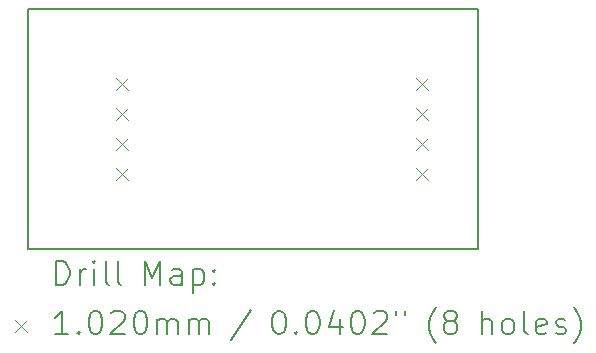
<source format=gbr>
%TF.GenerationSoftware,KiCad,Pcbnew,(7.0.0)*%
%TF.CreationDate,2024-01-25T20:38:04-05:00*%
%TF.ProjectId,LPF-Eval-Board,4c50462d-4576-4616-9c2d-426f6172642e,rev?*%
%TF.SameCoordinates,Original*%
%TF.FileFunction,Drillmap*%
%TF.FilePolarity,Positive*%
%FSLAX45Y45*%
G04 Gerber Fmt 4.5, Leading zero omitted, Abs format (unit mm)*
G04 Created by KiCad (PCBNEW (7.0.0)) date 2024-01-25 20:38:04*
%MOMM*%
%LPD*%
G01*
G04 APERTURE LIST*
%ADD10C,0.200000*%
%ADD11C,0.102000*%
G04 APERTURE END LIST*
D10*
X12954000Y-7112000D02*
X16764000Y-7112000D01*
X16764000Y-7112000D02*
X16764000Y-9144000D01*
X16764000Y-9144000D02*
X12954000Y-9144000D01*
X12954000Y-9144000D02*
X12954000Y-7112000D01*
D11*
X13695000Y-7697000D02*
X13797000Y-7799000D01*
X13797000Y-7697000D02*
X13695000Y-7799000D01*
X13695000Y-7951000D02*
X13797000Y-8053000D01*
X13797000Y-7951000D02*
X13695000Y-8053000D01*
X13695000Y-8205000D02*
X13797000Y-8307000D01*
X13797000Y-8205000D02*
X13695000Y-8307000D01*
X13695000Y-8459000D02*
X13797000Y-8561000D01*
X13797000Y-8459000D02*
X13695000Y-8561000D01*
X16235000Y-7697000D02*
X16337000Y-7799000D01*
X16337000Y-7697000D02*
X16235000Y-7799000D01*
X16235000Y-7951000D02*
X16337000Y-8053000D01*
X16337000Y-7951000D02*
X16235000Y-8053000D01*
X16235000Y-8205000D02*
X16337000Y-8307000D01*
X16337000Y-8205000D02*
X16235000Y-8307000D01*
X16235000Y-8459000D02*
X16337000Y-8561000D01*
X16337000Y-8459000D02*
X16235000Y-8561000D01*
D10*
X13191619Y-9447476D02*
X13191619Y-9247476D01*
X13191619Y-9247476D02*
X13239238Y-9247476D01*
X13239238Y-9247476D02*
X13267809Y-9257000D01*
X13267809Y-9257000D02*
X13286857Y-9276048D01*
X13286857Y-9276048D02*
X13296381Y-9295095D01*
X13296381Y-9295095D02*
X13305905Y-9333190D01*
X13305905Y-9333190D02*
X13305905Y-9361762D01*
X13305905Y-9361762D02*
X13296381Y-9399857D01*
X13296381Y-9399857D02*
X13286857Y-9418905D01*
X13286857Y-9418905D02*
X13267809Y-9437952D01*
X13267809Y-9437952D02*
X13239238Y-9447476D01*
X13239238Y-9447476D02*
X13191619Y-9447476D01*
X13391619Y-9447476D02*
X13391619Y-9314143D01*
X13391619Y-9352238D02*
X13401143Y-9333190D01*
X13401143Y-9333190D02*
X13410667Y-9323667D01*
X13410667Y-9323667D02*
X13429714Y-9314143D01*
X13429714Y-9314143D02*
X13448762Y-9314143D01*
X13515428Y-9447476D02*
X13515428Y-9314143D01*
X13515428Y-9247476D02*
X13505905Y-9257000D01*
X13505905Y-9257000D02*
X13515428Y-9266524D01*
X13515428Y-9266524D02*
X13524952Y-9257000D01*
X13524952Y-9257000D02*
X13515428Y-9247476D01*
X13515428Y-9247476D02*
X13515428Y-9266524D01*
X13639238Y-9447476D02*
X13620190Y-9437952D01*
X13620190Y-9437952D02*
X13610667Y-9418905D01*
X13610667Y-9418905D02*
X13610667Y-9247476D01*
X13744000Y-9447476D02*
X13724952Y-9437952D01*
X13724952Y-9437952D02*
X13715428Y-9418905D01*
X13715428Y-9418905D02*
X13715428Y-9247476D01*
X13940190Y-9447476D02*
X13940190Y-9247476D01*
X13940190Y-9247476D02*
X14006857Y-9390333D01*
X14006857Y-9390333D02*
X14073524Y-9247476D01*
X14073524Y-9247476D02*
X14073524Y-9447476D01*
X14254476Y-9447476D02*
X14254476Y-9342714D01*
X14254476Y-9342714D02*
X14244952Y-9323667D01*
X14244952Y-9323667D02*
X14225905Y-9314143D01*
X14225905Y-9314143D02*
X14187809Y-9314143D01*
X14187809Y-9314143D02*
X14168762Y-9323667D01*
X14254476Y-9437952D02*
X14235428Y-9447476D01*
X14235428Y-9447476D02*
X14187809Y-9447476D01*
X14187809Y-9447476D02*
X14168762Y-9437952D01*
X14168762Y-9437952D02*
X14159238Y-9418905D01*
X14159238Y-9418905D02*
X14159238Y-9399857D01*
X14159238Y-9399857D02*
X14168762Y-9380810D01*
X14168762Y-9380810D02*
X14187809Y-9371286D01*
X14187809Y-9371286D02*
X14235428Y-9371286D01*
X14235428Y-9371286D02*
X14254476Y-9361762D01*
X14349714Y-9314143D02*
X14349714Y-9514143D01*
X14349714Y-9323667D02*
X14368762Y-9314143D01*
X14368762Y-9314143D02*
X14406857Y-9314143D01*
X14406857Y-9314143D02*
X14425905Y-9323667D01*
X14425905Y-9323667D02*
X14435428Y-9333190D01*
X14435428Y-9333190D02*
X14444952Y-9352238D01*
X14444952Y-9352238D02*
X14444952Y-9409381D01*
X14444952Y-9409381D02*
X14435428Y-9428429D01*
X14435428Y-9428429D02*
X14425905Y-9437952D01*
X14425905Y-9437952D02*
X14406857Y-9447476D01*
X14406857Y-9447476D02*
X14368762Y-9447476D01*
X14368762Y-9447476D02*
X14349714Y-9437952D01*
X14530667Y-9428429D02*
X14540190Y-9437952D01*
X14540190Y-9437952D02*
X14530667Y-9447476D01*
X14530667Y-9447476D02*
X14521143Y-9437952D01*
X14521143Y-9437952D02*
X14530667Y-9428429D01*
X14530667Y-9428429D02*
X14530667Y-9447476D01*
X14530667Y-9323667D02*
X14540190Y-9333190D01*
X14540190Y-9333190D02*
X14530667Y-9342714D01*
X14530667Y-9342714D02*
X14521143Y-9333190D01*
X14521143Y-9333190D02*
X14530667Y-9323667D01*
X14530667Y-9323667D02*
X14530667Y-9342714D01*
D11*
X12842000Y-9743000D02*
X12944000Y-9845000D01*
X12944000Y-9743000D02*
X12842000Y-9845000D01*
D10*
X13296381Y-9867476D02*
X13182095Y-9867476D01*
X13239238Y-9867476D02*
X13239238Y-9667476D01*
X13239238Y-9667476D02*
X13220190Y-9696048D01*
X13220190Y-9696048D02*
X13201143Y-9715095D01*
X13201143Y-9715095D02*
X13182095Y-9724619D01*
X13382095Y-9848429D02*
X13391619Y-9857952D01*
X13391619Y-9857952D02*
X13382095Y-9867476D01*
X13382095Y-9867476D02*
X13372571Y-9857952D01*
X13372571Y-9857952D02*
X13382095Y-9848429D01*
X13382095Y-9848429D02*
X13382095Y-9867476D01*
X13515428Y-9667476D02*
X13534476Y-9667476D01*
X13534476Y-9667476D02*
X13553524Y-9677000D01*
X13553524Y-9677000D02*
X13563048Y-9686524D01*
X13563048Y-9686524D02*
X13572571Y-9705571D01*
X13572571Y-9705571D02*
X13582095Y-9743667D01*
X13582095Y-9743667D02*
X13582095Y-9791286D01*
X13582095Y-9791286D02*
X13572571Y-9829381D01*
X13572571Y-9829381D02*
X13563048Y-9848429D01*
X13563048Y-9848429D02*
X13553524Y-9857952D01*
X13553524Y-9857952D02*
X13534476Y-9867476D01*
X13534476Y-9867476D02*
X13515428Y-9867476D01*
X13515428Y-9867476D02*
X13496381Y-9857952D01*
X13496381Y-9857952D02*
X13486857Y-9848429D01*
X13486857Y-9848429D02*
X13477333Y-9829381D01*
X13477333Y-9829381D02*
X13467809Y-9791286D01*
X13467809Y-9791286D02*
X13467809Y-9743667D01*
X13467809Y-9743667D02*
X13477333Y-9705571D01*
X13477333Y-9705571D02*
X13486857Y-9686524D01*
X13486857Y-9686524D02*
X13496381Y-9677000D01*
X13496381Y-9677000D02*
X13515428Y-9667476D01*
X13658286Y-9686524D02*
X13667809Y-9677000D01*
X13667809Y-9677000D02*
X13686857Y-9667476D01*
X13686857Y-9667476D02*
X13734476Y-9667476D01*
X13734476Y-9667476D02*
X13753524Y-9677000D01*
X13753524Y-9677000D02*
X13763048Y-9686524D01*
X13763048Y-9686524D02*
X13772571Y-9705571D01*
X13772571Y-9705571D02*
X13772571Y-9724619D01*
X13772571Y-9724619D02*
X13763048Y-9753190D01*
X13763048Y-9753190D02*
X13648762Y-9867476D01*
X13648762Y-9867476D02*
X13772571Y-9867476D01*
X13896381Y-9667476D02*
X13915429Y-9667476D01*
X13915429Y-9667476D02*
X13934476Y-9677000D01*
X13934476Y-9677000D02*
X13944000Y-9686524D01*
X13944000Y-9686524D02*
X13953524Y-9705571D01*
X13953524Y-9705571D02*
X13963048Y-9743667D01*
X13963048Y-9743667D02*
X13963048Y-9791286D01*
X13963048Y-9791286D02*
X13953524Y-9829381D01*
X13953524Y-9829381D02*
X13944000Y-9848429D01*
X13944000Y-9848429D02*
X13934476Y-9857952D01*
X13934476Y-9857952D02*
X13915429Y-9867476D01*
X13915429Y-9867476D02*
X13896381Y-9867476D01*
X13896381Y-9867476D02*
X13877333Y-9857952D01*
X13877333Y-9857952D02*
X13867809Y-9848429D01*
X13867809Y-9848429D02*
X13858286Y-9829381D01*
X13858286Y-9829381D02*
X13848762Y-9791286D01*
X13848762Y-9791286D02*
X13848762Y-9743667D01*
X13848762Y-9743667D02*
X13858286Y-9705571D01*
X13858286Y-9705571D02*
X13867809Y-9686524D01*
X13867809Y-9686524D02*
X13877333Y-9677000D01*
X13877333Y-9677000D02*
X13896381Y-9667476D01*
X14048762Y-9867476D02*
X14048762Y-9734143D01*
X14048762Y-9753190D02*
X14058286Y-9743667D01*
X14058286Y-9743667D02*
X14077333Y-9734143D01*
X14077333Y-9734143D02*
X14105905Y-9734143D01*
X14105905Y-9734143D02*
X14124952Y-9743667D01*
X14124952Y-9743667D02*
X14134476Y-9762714D01*
X14134476Y-9762714D02*
X14134476Y-9867476D01*
X14134476Y-9762714D02*
X14144000Y-9743667D01*
X14144000Y-9743667D02*
X14163048Y-9734143D01*
X14163048Y-9734143D02*
X14191619Y-9734143D01*
X14191619Y-9734143D02*
X14210667Y-9743667D01*
X14210667Y-9743667D02*
X14220190Y-9762714D01*
X14220190Y-9762714D02*
X14220190Y-9867476D01*
X14315429Y-9867476D02*
X14315429Y-9734143D01*
X14315429Y-9753190D02*
X14324952Y-9743667D01*
X14324952Y-9743667D02*
X14344000Y-9734143D01*
X14344000Y-9734143D02*
X14372571Y-9734143D01*
X14372571Y-9734143D02*
X14391619Y-9743667D01*
X14391619Y-9743667D02*
X14401143Y-9762714D01*
X14401143Y-9762714D02*
X14401143Y-9867476D01*
X14401143Y-9762714D02*
X14410667Y-9743667D01*
X14410667Y-9743667D02*
X14429714Y-9734143D01*
X14429714Y-9734143D02*
X14458286Y-9734143D01*
X14458286Y-9734143D02*
X14477333Y-9743667D01*
X14477333Y-9743667D02*
X14486857Y-9762714D01*
X14486857Y-9762714D02*
X14486857Y-9867476D01*
X14844952Y-9657952D02*
X14673524Y-9915095D01*
X15069714Y-9667476D02*
X15088762Y-9667476D01*
X15088762Y-9667476D02*
X15107810Y-9677000D01*
X15107810Y-9677000D02*
X15117333Y-9686524D01*
X15117333Y-9686524D02*
X15126857Y-9705571D01*
X15126857Y-9705571D02*
X15136381Y-9743667D01*
X15136381Y-9743667D02*
X15136381Y-9791286D01*
X15136381Y-9791286D02*
X15126857Y-9829381D01*
X15126857Y-9829381D02*
X15117333Y-9848429D01*
X15117333Y-9848429D02*
X15107810Y-9857952D01*
X15107810Y-9857952D02*
X15088762Y-9867476D01*
X15088762Y-9867476D02*
X15069714Y-9867476D01*
X15069714Y-9867476D02*
X15050667Y-9857952D01*
X15050667Y-9857952D02*
X15041143Y-9848429D01*
X15041143Y-9848429D02*
X15031619Y-9829381D01*
X15031619Y-9829381D02*
X15022095Y-9791286D01*
X15022095Y-9791286D02*
X15022095Y-9743667D01*
X15022095Y-9743667D02*
X15031619Y-9705571D01*
X15031619Y-9705571D02*
X15041143Y-9686524D01*
X15041143Y-9686524D02*
X15050667Y-9677000D01*
X15050667Y-9677000D02*
X15069714Y-9667476D01*
X15222095Y-9848429D02*
X15231619Y-9857952D01*
X15231619Y-9857952D02*
X15222095Y-9867476D01*
X15222095Y-9867476D02*
X15212571Y-9857952D01*
X15212571Y-9857952D02*
X15222095Y-9848429D01*
X15222095Y-9848429D02*
X15222095Y-9867476D01*
X15355429Y-9667476D02*
X15374476Y-9667476D01*
X15374476Y-9667476D02*
X15393524Y-9677000D01*
X15393524Y-9677000D02*
X15403048Y-9686524D01*
X15403048Y-9686524D02*
X15412571Y-9705571D01*
X15412571Y-9705571D02*
X15422095Y-9743667D01*
X15422095Y-9743667D02*
X15422095Y-9791286D01*
X15422095Y-9791286D02*
X15412571Y-9829381D01*
X15412571Y-9829381D02*
X15403048Y-9848429D01*
X15403048Y-9848429D02*
X15393524Y-9857952D01*
X15393524Y-9857952D02*
X15374476Y-9867476D01*
X15374476Y-9867476D02*
X15355429Y-9867476D01*
X15355429Y-9867476D02*
X15336381Y-9857952D01*
X15336381Y-9857952D02*
X15326857Y-9848429D01*
X15326857Y-9848429D02*
X15317333Y-9829381D01*
X15317333Y-9829381D02*
X15307810Y-9791286D01*
X15307810Y-9791286D02*
X15307810Y-9743667D01*
X15307810Y-9743667D02*
X15317333Y-9705571D01*
X15317333Y-9705571D02*
X15326857Y-9686524D01*
X15326857Y-9686524D02*
X15336381Y-9677000D01*
X15336381Y-9677000D02*
X15355429Y-9667476D01*
X15593524Y-9734143D02*
X15593524Y-9867476D01*
X15545905Y-9657952D02*
X15498286Y-9800810D01*
X15498286Y-9800810D02*
X15622095Y-9800810D01*
X15736381Y-9667476D02*
X15755429Y-9667476D01*
X15755429Y-9667476D02*
X15774476Y-9677000D01*
X15774476Y-9677000D02*
X15784000Y-9686524D01*
X15784000Y-9686524D02*
X15793524Y-9705571D01*
X15793524Y-9705571D02*
X15803048Y-9743667D01*
X15803048Y-9743667D02*
X15803048Y-9791286D01*
X15803048Y-9791286D02*
X15793524Y-9829381D01*
X15793524Y-9829381D02*
X15784000Y-9848429D01*
X15784000Y-9848429D02*
X15774476Y-9857952D01*
X15774476Y-9857952D02*
X15755429Y-9867476D01*
X15755429Y-9867476D02*
X15736381Y-9867476D01*
X15736381Y-9867476D02*
X15717333Y-9857952D01*
X15717333Y-9857952D02*
X15707810Y-9848429D01*
X15707810Y-9848429D02*
X15698286Y-9829381D01*
X15698286Y-9829381D02*
X15688762Y-9791286D01*
X15688762Y-9791286D02*
X15688762Y-9743667D01*
X15688762Y-9743667D02*
X15698286Y-9705571D01*
X15698286Y-9705571D02*
X15707810Y-9686524D01*
X15707810Y-9686524D02*
X15717333Y-9677000D01*
X15717333Y-9677000D02*
X15736381Y-9667476D01*
X15879238Y-9686524D02*
X15888762Y-9677000D01*
X15888762Y-9677000D02*
X15907810Y-9667476D01*
X15907810Y-9667476D02*
X15955429Y-9667476D01*
X15955429Y-9667476D02*
X15974476Y-9677000D01*
X15974476Y-9677000D02*
X15984000Y-9686524D01*
X15984000Y-9686524D02*
X15993524Y-9705571D01*
X15993524Y-9705571D02*
X15993524Y-9724619D01*
X15993524Y-9724619D02*
X15984000Y-9753190D01*
X15984000Y-9753190D02*
X15869714Y-9867476D01*
X15869714Y-9867476D02*
X15993524Y-9867476D01*
X16069714Y-9667476D02*
X16069714Y-9705571D01*
X16145905Y-9667476D02*
X16145905Y-9705571D01*
X16408762Y-9943667D02*
X16399238Y-9934143D01*
X16399238Y-9934143D02*
X16380191Y-9905571D01*
X16380191Y-9905571D02*
X16370667Y-9886524D01*
X16370667Y-9886524D02*
X16361143Y-9857952D01*
X16361143Y-9857952D02*
X16351619Y-9810333D01*
X16351619Y-9810333D02*
X16351619Y-9772238D01*
X16351619Y-9772238D02*
X16361143Y-9724619D01*
X16361143Y-9724619D02*
X16370667Y-9696048D01*
X16370667Y-9696048D02*
X16380191Y-9677000D01*
X16380191Y-9677000D02*
X16399238Y-9648429D01*
X16399238Y-9648429D02*
X16408762Y-9638905D01*
X16513524Y-9753190D02*
X16494476Y-9743667D01*
X16494476Y-9743667D02*
X16484952Y-9734143D01*
X16484952Y-9734143D02*
X16475429Y-9715095D01*
X16475429Y-9715095D02*
X16475429Y-9705571D01*
X16475429Y-9705571D02*
X16484952Y-9686524D01*
X16484952Y-9686524D02*
X16494476Y-9677000D01*
X16494476Y-9677000D02*
X16513524Y-9667476D01*
X16513524Y-9667476D02*
X16551619Y-9667476D01*
X16551619Y-9667476D02*
X16570667Y-9677000D01*
X16570667Y-9677000D02*
X16580191Y-9686524D01*
X16580191Y-9686524D02*
X16589714Y-9705571D01*
X16589714Y-9705571D02*
X16589714Y-9715095D01*
X16589714Y-9715095D02*
X16580191Y-9734143D01*
X16580191Y-9734143D02*
X16570667Y-9743667D01*
X16570667Y-9743667D02*
X16551619Y-9753190D01*
X16551619Y-9753190D02*
X16513524Y-9753190D01*
X16513524Y-9753190D02*
X16494476Y-9762714D01*
X16494476Y-9762714D02*
X16484952Y-9772238D01*
X16484952Y-9772238D02*
X16475429Y-9791286D01*
X16475429Y-9791286D02*
X16475429Y-9829381D01*
X16475429Y-9829381D02*
X16484952Y-9848429D01*
X16484952Y-9848429D02*
X16494476Y-9857952D01*
X16494476Y-9857952D02*
X16513524Y-9867476D01*
X16513524Y-9867476D02*
X16551619Y-9867476D01*
X16551619Y-9867476D02*
X16570667Y-9857952D01*
X16570667Y-9857952D02*
X16580191Y-9848429D01*
X16580191Y-9848429D02*
X16589714Y-9829381D01*
X16589714Y-9829381D02*
X16589714Y-9791286D01*
X16589714Y-9791286D02*
X16580191Y-9772238D01*
X16580191Y-9772238D02*
X16570667Y-9762714D01*
X16570667Y-9762714D02*
X16551619Y-9753190D01*
X16795429Y-9867476D02*
X16795429Y-9667476D01*
X16881143Y-9867476D02*
X16881143Y-9762714D01*
X16881143Y-9762714D02*
X16871619Y-9743667D01*
X16871619Y-9743667D02*
X16852572Y-9734143D01*
X16852572Y-9734143D02*
X16824000Y-9734143D01*
X16824000Y-9734143D02*
X16804953Y-9743667D01*
X16804953Y-9743667D02*
X16795429Y-9753190D01*
X17004953Y-9867476D02*
X16985905Y-9857952D01*
X16985905Y-9857952D02*
X16976381Y-9848429D01*
X16976381Y-9848429D02*
X16966857Y-9829381D01*
X16966857Y-9829381D02*
X16966857Y-9772238D01*
X16966857Y-9772238D02*
X16976381Y-9753190D01*
X16976381Y-9753190D02*
X16985905Y-9743667D01*
X16985905Y-9743667D02*
X17004953Y-9734143D01*
X17004953Y-9734143D02*
X17033524Y-9734143D01*
X17033524Y-9734143D02*
X17052572Y-9743667D01*
X17052572Y-9743667D02*
X17062095Y-9753190D01*
X17062095Y-9753190D02*
X17071619Y-9772238D01*
X17071619Y-9772238D02*
X17071619Y-9829381D01*
X17071619Y-9829381D02*
X17062095Y-9848429D01*
X17062095Y-9848429D02*
X17052572Y-9857952D01*
X17052572Y-9857952D02*
X17033524Y-9867476D01*
X17033524Y-9867476D02*
X17004953Y-9867476D01*
X17185905Y-9867476D02*
X17166857Y-9857952D01*
X17166857Y-9857952D02*
X17157334Y-9838905D01*
X17157334Y-9838905D02*
X17157334Y-9667476D01*
X17338286Y-9857952D02*
X17319238Y-9867476D01*
X17319238Y-9867476D02*
X17281143Y-9867476D01*
X17281143Y-9867476D02*
X17262095Y-9857952D01*
X17262095Y-9857952D02*
X17252572Y-9838905D01*
X17252572Y-9838905D02*
X17252572Y-9762714D01*
X17252572Y-9762714D02*
X17262095Y-9743667D01*
X17262095Y-9743667D02*
X17281143Y-9734143D01*
X17281143Y-9734143D02*
X17319238Y-9734143D01*
X17319238Y-9734143D02*
X17338286Y-9743667D01*
X17338286Y-9743667D02*
X17347810Y-9762714D01*
X17347810Y-9762714D02*
X17347810Y-9781762D01*
X17347810Y-9781762D02*
X17252572Y-9800810D01*
X17424000Y-9857952D02*
X17443048Y-9867476D01*
X17443048Y-9867476D02*
X17481143Y-9867476D01*
X17481143Y-9867476D02*
X17500191Y-9857952D01*
X17500191Y-9857952D02*
X17509715Y-9838905D01*
X17509715Y-9838905D02*
X17509715Y-9829381D01*
X17509715Y-9829381D02*
X17500191Y-9810333D01*
X17500191Y-9810333D02*
X17481143Y-9800810D01*
X17481143Y-9800810D02*
X17452572Y-9800810D01*
X17452572Y-9800810D02*
X17433524Y-9791286D01*
X17433524Y-9791286D02*
X17424000Y-9772238D01*
X17424000Y-9772238D02*
X17424000Y-9762714D01*
X17424000Y-9762714D02*
X17433524Y-9743667D01*
X17433524Y-9743667D02*
X17452572Y-9734143D01*
X17452572Y-9734143D02*
X17481143Y-9734143D01*
X17481143Y-9734143D02*
X17500191Y-9743667D01*
X17576381Y-9943667D02*
X17585905Y-9934143D01*
X17585905Y-9934143D02*
X17604953Y-9905571D01*
X17604953Y-9905571D02*
X17614476Y-9886524D01*
X17614476Y-9886524D02*
X17624000Y-9857952D01*
X17624000Y-9857952D02*
X17633524Y-9810333D01*
X17633524Y-9810333D02*
X17633524Y-9772238D01*
X17633524Y-9772238D02*
X17624000Y-9724619D01*
X17624000Y-9724619D02*
X17614476Y-9696048D01*
X17614476Y-9696048D02*
X17604953Y-9677000D01*
X17604953Y-9677000D02*
X17585905Y-9648429D01*
X17585905Y-9648429D02*
X17576381Y-9638905D01*
M02*

</source>
